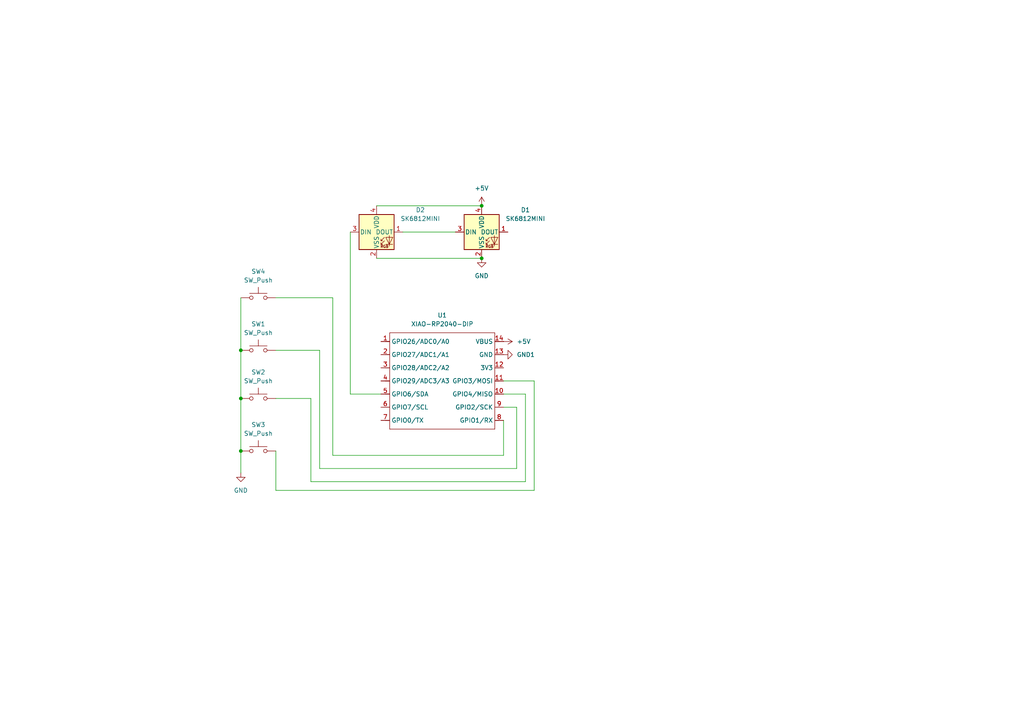
<source format=kicad_sch>
(kicad_sch (version 20250114) (generator "eeschema") (generator_version "9.0")
  (paper "A4")
  (lib_symbols
    (symbol "LED:SK6812MINI" (pin_names (offset 0.254))
      (property "Reference" "D" (at 5.08 5.715 0))
      (property "Value" "SK6812MINI" (at 1.27 -5.715 0))
      (symbol "SK6812MINI_0_0"
        (text "RGB" (at 2.286 -4.191 0) (effects (font (size 0.762 0.762))))
      )
      (symbol "SK6812MINI_0_1"
        (polyline (pts (xy 1.27 -2.54) (xy 1.778 -2.54)))
        (polyline (pts (xy 1.27 -3.556) (xy 1.778 -3.556)))
        (polyline (pts (xy 2.286 -1.524) (xy 1.27 -2.54) (xy 1.27 -2.032)))
        (polyline (pts (xy 2.286 -2.54) (xy 1.27 -3.556) (xy 1.27 -3.048)))
        (polyline (pts (xy 3.683 -1.016) (xy 3.683 -3.556) (xy 3.683 -4.064)))
        (polyline (pts (xy 4.699 -1.524) (xy 2.667 -1.524) (xy 3.683 -3.556) (xy 4.699 -1.524)))
        (polyline (pts (xy 4.699 -3.556) (xy 2.667 -3.556)))
        (rectangle (start 5.08 5.08) (end -5.08 -5.08) (stroke (width 0.254)) (fill (type background)))
      )
      (symbol "SK6812MINI_1_1"
        (pin input line (at -7.62 0 0) (length 2.54) (name "DIN") (number "3"))
        (pin power_in line (at 0 7.62 270) (length 2.54) (name "VDD") (number "4"))
        (pin power_in line (at 0 -7.62 90) (length 2.54) (name "VSS") (number "2"))
        (pin output line (at 7.62 0 180) (length 2.54) (name "DOUT") (number "1"))
      )
    )
    (symbol "OPL:XIAO-RP2040-DIP"
      (property "Reference" "U" (at 0 0 0))
      (property "Value" "XIAO-RP2040-DIP" (at 5.334 -1.778 0))
      (symbol "XIAO-RP2040-DIP_1_0"
        (polyline (pts (xy -1.27 -2.54) (xy 29.21 -2.54)) (stroke (width 0.1524)))
        (polyline (pts (xy -1.27 -5.08) (xy -2.54 -5.08)) (stroke (width 0.1524)))
        (polyline (pts (xy -1.27 -5.08) (xy -1.27 -2.54)) (stroke (width 0.1524)))
        (polyline (pts (xy -1.27 -8.89) (xy -2.54 -8.89)) (stroke (width 0.1524)))
        (polyline (pts (xy -1.27 -8.89) (xy -1.27 -5.08)) (stroke (width 0.1524)))
        (polyline (pts (xy -1.27 -12.7) (xy -2.54 -12.7)) (stroke (width 0.1524)))
        (polyline (pts (xy -1.27 -12.7) (xy -1.27 -8.89)) (stroke (width 0.1524)))
        (polyline (pts (xy -1.27 -16.51) (xy -2.54 -16.51)) (stroke (width 0.1524)))
        (polyline (pts (xy -1.27 -16.51) (xy -1.27 -12.7)) (stroke (width 0.1524)))
        (polyline (pts (xy -1.27 -20.32) (xy -2.54 -20.32)) (stroke (width 0.1524)))
        (polyline (pts (xy -1.27 -24.13) (xy -2.54 -24.13)) (stroke (width 0.1524)))
        (polyline (pts (xy -1.27 -27.94) (xy -2.54 -27.94)) (stroke (width 0.1524)))
        (polyline (pts (xy -1.27 -30.48) (xy -1.27 -16.51)) (stroke (width 0.1524)))
        (polyline (pts (xy 29.21 -2.54) (xy 29.21 -5.08)) (stroke (width 0.1524)))
        (polyline (pts (xy 29.21 -5.08) (xy 29.21 -8.89)) (stroke (width 0.1524)))
        (polyline (pts (xy 29.21 -8.89) (xy 29.21 -12.7)) (stroke (width 0.1524)))
        (polyline (pts (xy 29.21 -12.7) (xy 29.21 -30.48)) (stroke (width 0.1524)))
        (polyline (pts (xy 29.21 -30.48) (xy -1.27 -30.48)) (stroke (width 0.1524)))
        (polyline (pts (xy 30.48 -5.08) (xy 29.21 -5.08)) (stroke (width 0.1524)))
        (polyline (pts (xy 30.48 -8.89) (xy 29.21 -8.89)) (stroke (width 0.1524)))
        (polyline (pts (xy 30.48 -12.7) (xy 29.21 -12.7)) (stroke (width 0.1524)))
        (polyline (pts (xy 30.48 -16.51) (xy 29.21 -16.51)) (stroke (width 0.1524)))
        (polyline (pts (xy 30.48 -20.32) (xy 29.21 -20.32)) (stroke (width 0.1524)))
        (polyline (pts (xy 30.48 -24.13) (xy 29.21 -24.13)) (stroke (width 0.1524)))
        (polyline (pts (xy 30.48 -27.94) (xy 29.21 -27.94)) (stroke (width 0.1524)))
        (pin passive line (at -3.81 -5.08 0) (length 2.54) (name "GPIO26/ADC0/A0") (number "1"))
        (pin passive line (at -3.81 -8.89 0) (length 2.54) (name "GPIO27/ADC1/A1") (number "2"))
        (pin passive line (at -3.81 -12.7 0) (length 2.54) (name "GPIO28/ADC2/A2") (number "3"))
        (pin passive line (at -3.81 -16.51 0) (length 2.54) (name "GPIO29/ADC3/A3") (number "4"))
        (pin passive line (at -3.81 -20.32 0) (length 2.54) (name "GPIO6/SDA") (number "5"))
        (pin passive line (at -3.81 -24.13 0) (length 2.54) (name "GPIO7/SCL") (number "6"))
        (pin passive line (at -3.81 -27.94 0) (length 2.54) (name "GPIO0/TX") (number "7"))
        (pin passive line (at 31.75 -5.08 180) (length 2.54) (name "VBUS") (number "14"))
        (pin passive line (at 31.75 -8.89 180) (length 2.54) (name "GND") (number "13"))
        (pin passive line (at 31.75 -12.7 180) (length 2.54) (name "3V3") (number "12"))
        (pin passive line (at 31.75 -16.51 180) (length 2.54) (name "GPIO3/MOSI") (number "11"))
        (pin passive line (at 31.75 -20.32 180) (length 2.54) (name "GPIO4/MISO") (number "10"))
        (pin passive line (at 31.75 -24.13 180) (length 2.54) (name "GPIO2/SCK") (number "9"))
        (pin passive line (at 31.75 -27.94 180) (length 2.54) (name "GPIO1/RX") (number "8"))
      )
    )
    (symbol "Switch:SW_Push" (pin_numbers (hide yes)) (pin_names (offset 1.016) (hide yes))
      (property "Reference" "SW" (at 1.27 2.54 0))
      (property "Value" "SW_Push" (at 0 -1.524 0))
      (symbol "SW_Push_0_1"
        (circle (center -2.032 0) (radius 0.508))
        (polyline (pts (xy 0 1.27) (xy 0 3.048)))
        (circle (center 2.032 0) (radius 0.508))
        (polyline (pts (xy 2.54 1.27) (xy -2.54 1.27)))
        (pin passive line (at -5.08 0 0) (length 2.54) (name "1") (number "1"))
        (pin passive line (at 5.08 0 180) (length 2.54) (name "2") (number "2"))
      )
    )
    (symbol "power:+5V" (power) (pin_numbers (hide yes)) (pin_names (offset 0) (hide yes))
      (property "Value" "+5V" (at 0 3.556 0))
      (symbol "+5V_0_1"
        (polyline (pts (xy -0.762 1.27) (xy 0 2.54)))
        (polyline (pts (xy 0 2.54) (xy 0.762 1.27)))
        (polyline (pts (xy 0 0) (xy 0 2.54)))
      )
      (symbol "+5V_1_1"
        (pin power_in line (at 0 0 90) (length 0) (name "~") (number "1"))
      )
    )
    (symbol "power:GND" (power) (pin_numbers (hide yes)) (pin_names (offset 0) (hide yes))
      (property "Value" "GND" (at 0 -3.81 0))
      (symbol "GND_0_1"
        (polyline (pts (xy 0 0) (xy 0 -1.27) (xy 1.27 -1.27) (xy 0 -2.54) (xy -1.27 -1.27) (xy 0 -1.27)))
      )
      (symbol "GND_1_1"
        (pin power_in line (at 0 0 270) (length 0) (name "~") (number "1"))
      )
    )
    (symbol "power:GND1" (power) (pin_numbers (hide yes)) (pin_names (offset 0) (hide yes))
      (property "Value" "GND1" (at 0 -3.81 0))
      (symbol "GND1_0_1"
        (polyline (pts (xy 0 0) (xy 0 -1.27) (xy 1.27 -1.27) (xy 0 -2.54) (xy -1.27 -1.27) (xy 0 -1.27)))
      )
      (symbol "GND1_1_1"
        (pin power_in line (at 0 0 270) (length 0) (name "~") (number "1"))
      )
    )
  )
  (junction (at 69.85 101.6))
  (junction (at 69.85 130.81))
  (junction (at 139.7 59.69))
  (junction (at 139.7 74.93))
  (junction (at 69.85 115.57))
  (wire (pts (xy 69.85 86.36) (xy 69.85 101.6)))
  (wire (pts (xy 92.71 101.6) (xy 92.71 135.89)))
  (wire (pts (xy 80.01 86.36) (xy 96.52 86.36)))
  (wire (pts (xy 149.86 118.11) (xy 146.05 118.11)))
  (wire (pts (xy 90.17 115.57) (xy 90.17 139.7)))
  (wire (pts (xy 92.71 135.89) (xy 149.86 135.89)))
  (wire (pts (xy 69.85 130.81) (xy 69.85 137.16)))
  (wire (pts (xy 96.52 132.08) (xy 146.05 132.08)))
  (wire (pts (xy 116.84 67.31) (xy 132.08 67.31)))
  (wire (pts (xy 80.01 142.24) (xy 154.94 142.24)))
  (wire (pts (xy 80.01 130.81) (xy 80.01 142.24)))
  (wire (pts (xy 90.17 139.7) (xy 152.4 139.7)))
  (wire (pts (xy 101.6 67.31) (xy 101.6 114.3)))
  (wire (pts (xy 149.86 135.89) (xy 149.86 118.11)))
  (wire (pts (xy 69.85 101.6) (xy 69.85 115.57)))
  (wire (pts (xy 154.94 142.24) (xy 154.94 110.49)))
  (wire (pts (xy 109.22 59.69) (xy 139.7 59.69)))
  (wire (pts (xy 154.94 110.49) (xy 146.05 110.49)))
  (wire (pts (xy 96.52 86.36) (xy 96.52 132.08)))
  (wire (pts (xy 80.01 115.57) (xy 90.17 115.57)))
  (wire (pts (xy 152.4 114.3) (xy 146.05 114.3)))
  (wire (pts (xy 101.6 114.3) (xy 110.49 114.3)))
  (wire (pts (xy 152.4 139.7) (xy 152.4 114.3)))
  (wire (pts (xy 146.05 132.08) (xy 146.05 121.92)))
  (wire (pts (xy 69.85 115.57) (xy 69.85 130.81)))
  (wire (pts (xy 109.22 74.93) (xy 139.7 74.93)))
  (wire (pts (xy 80.01 101.6) (xy 92.71 101.6)))
  (symbol (lib_id "power:+5V") (at 146.05 99.06 270) (unit 1)
    (property "Reference" "#PWR03" (effects (hide yes)))
    (property "Value" "+5V" (at 149.86 99.0599 90) (effects (justify left)))
    (property "Description" "Power symbol creates a global label with name \"+5V\"" (effects (hide yes)))
  )
  (symbol (lib_id "power:GND") (at 69.85 137.16 0) (unit 1)
    (property "Reference" "#PWR01" (effects (hide yes)))
    (property "Value" "GND" (at 69.85 142.24 0))
    (property "Description" "Power symbol creates a global label with name \"GND\" , ground" (effects (hide yes)))
  )
  (symbol (lib_id "Switch:SW_Push") (at 74.93 86.36 0) (unit 1)
    (property "Reference" "SW4" (at 74.93 78.74 0))
    (property "Value" "SW_Push" (at 74.93 81.28 0))
    (property "Footprint" "Button_Switch_Keyboard:SW_Cherry_MX_1.00u_PCB" (effects (hide yes)))
    (property "Description" "Push button switch, generic, two pins" (effects (hide yes)))
  )
  (symbol (lib_id "power:GND1") (at 146.05 102.87 90) (unit 1)
    (property "Reference" "#PWR02" (effects (hide yes)))
    (property "Value" "GND1" (at 149.86 102.8699 90) (effects (justify right)))
    (property "Description" "Power symbol creates a global label with name \"GND1\" , ground" (effects (hide yes)))
  )
  (symbol (lib_id "Switch:SW_Push") (at 74.93 130.81 0) (unit 1)
    (property "Reference" "SW3" (at 74.93 123.19 0))
    (property "Value" "SW_Push" (at 74.93 125.73 0))
    (property "Footprint" "Button_Switch_Keyboard:SW_Cherry_MX_1.00u_PCB" (effects (hide yes)))
    (property "Description" "Push button switch, generic, two pins" (effects (hide yes)))
  )
  (symbol (lib_id "power:GND") (at 139.7 74.93 0) (unit 1)
    (property "Reference" "#PWR04" (effects (hide yes)))
    (property "Value" "GND" (at 139.7 80.01 0))
    (property "Description" "Power symbol creates a global label with name \"GND\" , ground" (effects (hide yes)))
  )
  (symbol (lib_id "power:+5V") (at 139.7 59.69 0) (unit 1)
    (property "Reference" "#PWR05" (effects (hide yes)))
    (property "Value" "+5V" (at 139.7 54.61 0))
    (property "Description" "Power symbol creates a global label with name \"+5V\"" (effects (hide yes)))
  )
  (symbol (lib_id "LED:SK6812MINI") (at 109.22 67.31 0) (unit 1)
    (property "Reference" "D2" (at 121.92 60.8898 0))
    (property "Value" "SK6812MINI" (at 121.92 63.4298 0))
    (property "Footprint" "LED_SMD:LED_SK6812MINI_PLCC4_3.5x3.5mm_P1.75mm" (effects (hide yes)))
    (property "Datasheet" "https://cdn-shop.adafruit.com/product-files/2686/SK6812MINI_REV.01-1-2.pdf" (effects (hide yes)))
    (property "Description" "RGB LED with integrated controller" (effects (hide yes)))
  )
  (symbol (lib_id "Switch:SW_Push") (at 74.93 101.6 0) (unit 1)
    (property "Reference" "SW1" (at 74.93 93.98 0))
    (property "Value" "SW_Push" (at 74.93 96.52 0))
    (property "Footprint" "Button_Switch_Keyboard:SW_Cherry_MX_1.00u_PCB" (effects (hide yes)))
    (property "Description" "Push button switch, generic, two pins" (effects (hide yes)))
  )
  (symbol (lib_id "LED:SK6812MINI") (at 139.7 67.31 0) (unit 1)
    (property "Reference" "D1" (at 152.4 60.8898 0))
    (property "Value" "SK6812MINI" (at 152.4 63.4298 0))
    (property "Footprint" "LED_SMD:LED_SK6812MINI_PLCC4_3.5x3.5mm_P1.75mm" (effects (hide yes)))
    (property "Datasheet" "https://cdn-shop.adafruit.com/product-files/2686/SK6812MINI_REV.01-1-2.pdf" (effects (hide yes)))
    (property "Description" "RGB LED with integrated controller" (effects (hide yes)))
  )
  (symbol (lib_id "Switch:SW_Push") (at 74.93 115.57 0) (unit 1)
    (property "Reference" "SW2" (at 74.93 107.95 0))
    (property "Value" "SW_Push" (at 74.93 110.49 0))
    (property "Footprint" "Button_Switch_Keyboard:SW_Cherry_MX_1.00u_PCB" (effects (hide yes)))
    (property "Description" "Push button switch, generic, two pins" (effects (hide yes)))
  )
  (symbol (lib_id "OPL:XIAO-RP2040-DIP") (at 114.3 93.98 0) (unit 1)
    (property "Reference" "U1" (at 128.27 91.44 0))
    (property "Value" "XIAO-RP2040-DIP" (at 128.27 93.98 0))
    (property "Footprint" "OPL:XIAO-RP2040-DIP" (effects (hide yes)))
  )
)
</source>
